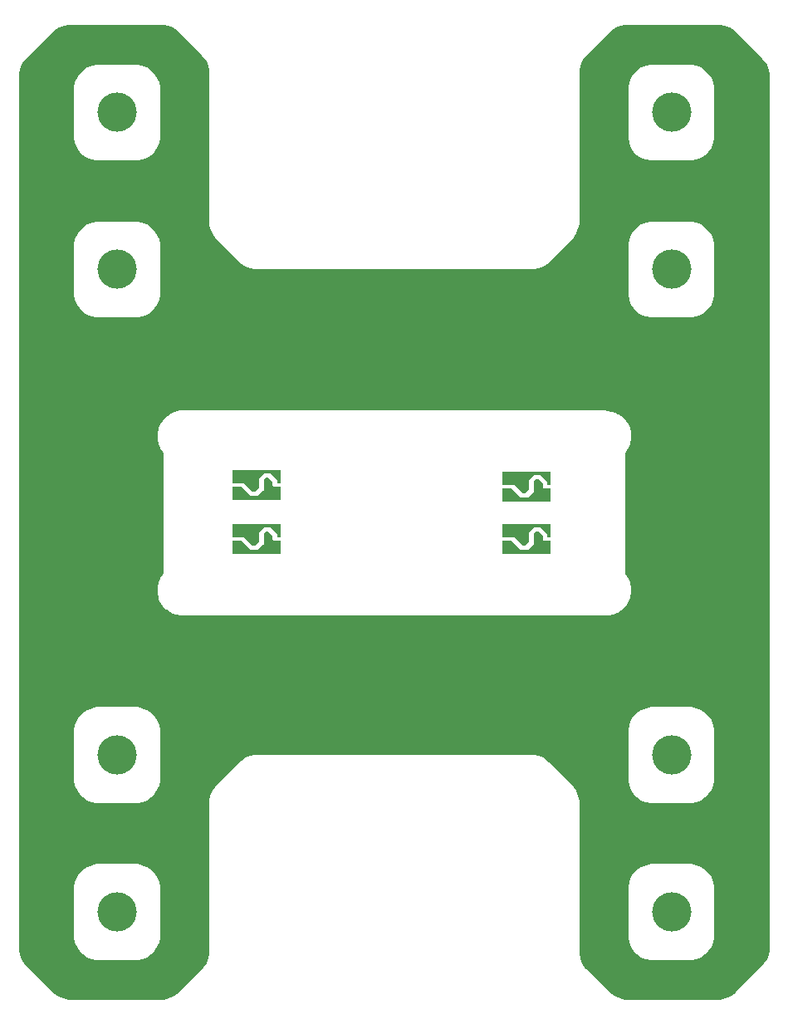
<source format=gtp>
G04*
G04 #@! TF.GenerationSoftware,Altium Limited,Altium Designer,20.2.6 (244)*
G04*
G04 Layer_Color=8421504*
%FSLAX44Y44*%
%MOMM*%
G71*
G04*
G04 #@! TF.SameCoordinates,16E07C71-212E-40B3-9EE3-4B1C9690829F*
G04*
G04*
G04 #@! TF.FilePolarity,Positive*
G04*
G01*
G75*
%ADD10C,4.0000*%
G36*
X1091394Y1028524D02*
X1096016Y1026609D01*
X1100176Y1023829D01*
X1101945Y1022060D01*
X1101945Y1022060D01*
X1129586Y994420D01*
X1131355Y992651D01*
X1134135Y988491D01*
X1136049Y983868D01*
X1137026Y978961D01*
Y976459D01*
Y88541D01*
Y86039D01*
X1136049Y81132D01*
X1134135Y76509D01*
X1131355Y72349D01*
X1129586Y70580D01*
X1129586D01*
X1129586Y70580D01*
X1101945Y42940D01*
X1100176Y41171D01*
X1096016Y38391D01*
X1091394Y36476D01*
X1086486Y35500D01*
X989545D01*
X984638Y36476D01*
X980015Y38391D01*
X975855Y41171D01*
X974086Y42940D01*
X950215Y66811D01*
X948446Y68580D01*
X945666Y72740D01*
X943752Y77362D01*
X942776Y82269D01*
Y84771D01*
Y236229D01*
X942653Y238719D01*
X941682Y243602D01*
X939776Y248202D01*
X937010Y252343D01*
X935336Y254189D01*
X935336Y254189D01*
X911965Y277561D01*
X910118Y279234D01*
X905978Y282001D01*
X901378Y283906D01*
X896494Y284878D01*
X894005Y285000D01*
X614271D01*
X611781Y284878D01*
X606898Y283906D01*
X602298Y282001D01*
X598157Y279234D01*
X596311Y277561D01*
X596311Y277561D01*
Y277561D01*
X572939Y254189D01*
X571265Y252342D01*
X568499Y248202D01*
X566594Y243602D01*
X565622Y238719D01*
X565500Y236229D01*
Y84771D01*
Y82269D01*
X564524Y77362D01*
X562609Y72740D01*
X559829Y68580D01*
X558060Y66810D01*
X558060D01*
X558060Y66810D01*
X534189Y42940D01*
X532421Y41171D01*
X528260Y38391D01*
X523638Y36476D01*
X518731Y35500D01*
X421789D01*
X416882Y36476D01*
X412259Y38391D01*
X408099Y41171D01*
X406330Y42940D01*
X378689Y70580D01*
X376921Y72349D01*
X374141Y76509D01*
X372226Y81132D01*
X371250Y86039D01*
Y88541D01*
Y976459D01*
Y978961D01*
X372226Y983868D01*
X374141Y988491D01*
X376921Y992651D01*
X378689Y994420D01*
Y994420D01*
X406330Y1022060D01*
X408099Y1023829D01*
X412259Y1026609D01*
X416882Y1028524D01*
X421789Y1029500D01*
X518731D01*
X523638Y1028524D01*
X528260Y1026609D01*
X532421Y1023829D01*
X534189Y1022060D01*
X534189Y1022060D01*
X558060Y998189D01*
X559829Y996421D01*
X562609Y992260D01*
X564524Y987638D01*
X565500Y982731D01*
Y980229D01*
Y828771D01*
X565622Y826281D01*
X566594Y821398D01*
X568499Y816798D01*
X571265Y812657D01*
X572939Y810810D01*
X596311Y787439D01*
X598158Y785766D01*
X602298Y782999D01*
X606898Y781094D01*
X611781Y780122D01*
X614271Y780000D01*
X894005D01*
X896494Y780122D01*
X901378Y781094D01*
X905978Y782999D01*
X910118Y785766D01*
X911965Y787439D01*
X911965D01*
X935336Y810810D01*
X937010Y812657D01*
X939776Y816798D01*
X941682Y821398D01*
X942653Y826281D01*
X942776Y828771D01*
Y980229D01*
Y982731D01*
X943752Y987638D01*
X945666Y992260D01*
X948446Y996421D01*
X950215Y998189D01*
Y998189D01*
X974086Y1022060D01*
X975855Y1023829D01*
X980015Y1026609D01*
X984638Y1028524D01*
X989545Y1029500D01*
X1086486D01*
X1091394Y1028524D01*
D02*
G37*
%LPC*%
G36*
X1057352Y988650D02*
X1015598D01*
X1010691Y987674D01*
X1006069Y985759D01*
X1001908Y982979D01*
X998371Y979442D01*
X995591Y975281D01*
X993676Y970659D01*
X992700Y965752D01*
Y963250D01*
Y942501D01*
X992670Y942471D01*
X992670D01*
Y916258D01*
Y913756D01*
X993646Y908849D01*
X995561Y904227D01*
X998340Y900066D01*
X1001878Y896528D01*
X1006038Y893749D01*
X1010661Y891834D01*
X1015568Y890858D01*
X1057352D01*
X1062259Y891834D01*
X1066881Y893749D01*
X1071041Y896528D01*
X1074579Y900066D01*
X1077359Y904227D01*
X1079274Y908849D01*
X1080250Y913756D01*
Y916258D01*
Y963250D01*
Y965752D01*
X1079274Y970659D01*
X1077359Y975281D01*
X1074579Y979442D01*
X1071041Y982979D01*
X1066881Y985759D01*
X1062259Y987674D01*
X1057352Y988650D01*
D02*
G37*
G36*
X492352D02*
X450598D01*
X445691Y987674D01*
X441069Y985759D01*
X436908Y982979D01*
X433371Y979442D01*
X430591Y975281D01*
X428676Y970659D01*
X427700Y965752D01*
Y963250D01*
Y942501D01*
X427670Y942471D01*
X427670D01*
Y916258D01*
Y913756D01*
X428646Y908849D01*
X430561Y904227D01*
X433340Y900066D01*
X436878Y896528D01*
X441038Y893749D01*
X445661Y891834D01*
X450568Y890858D01*
X492352D01*
X497259Y891834D01*
X501881Y893749D01*
X506041Y896528D01*
X509579Y900066D01*
X512359Y904227D01*
X514274Y908849D01*
X515250Y913756D01*
Y916258D01*
Y963250D01*
Y965752D01*
X514274Y970659D01*
X512359Y975281D01*
X509579Y979442D01*
X506041Y982979D01*
X501881Y985759D01*
X497259Y987674D01*
X492352Y988650D01*
D02*
G37*
G36*
X1057352Y828650D02*
X1015598D01*
X1010691Y827674D01*
X1006069Y825759D01*
X1001908Y822979D01*
X998371Y819442D01*
X995591Y815281D01*
X993676Y810659D01*
X992700Y805752D01*
Y803250D01*
Y782501D01*
X992670Y782471D01*
X992670D01*
Y756258D01*
Y753756D01*
X993646Y748849D01*
X995561Y744227D01*
X998340Y740066D01*
X1001878Y736528D01*
X1006038Y733749D01*
X1010661Y731834D01*
X1015568Y730858D01*
X1057352D01*
X1062259Y731834D01*
X1066881Y733749D01*
X1071041Y736528D01*
X1074579Y740066D01*
X1077359Y744227D01*
X1079274Y748849D01*
X1080250Y753756D01*
Y756258D01*
Y803250D01*
Y805752D01*
X1079274Y810659D01*
X1077359Y815281D01*
X1074579Y819442D01*
X1071041Y822979D01*
X1066881Y825759D01*
X1062259Y827674D01*
X1057352Y828650D01*
D02*
G37*
G36*
X492352D02*
X450598D01*
X445691Y827674D01*
X441069Y825759D01*
X436908Y822979D01*
X433371Y819442D01*
X430591Y815281D01*
X428676Y810659D01*
X427700Y805752D01*
Y803250D01*
Y782501D01*
X427670Y782471D01*
X427670D01*
Y756258D01*
Y753756D01*
X428646Y748849D01*
X430561Y744227D01*
X433340Y740066D01*
X436878Y736528D01*
X441038Y733749D01*
X445661Y731834D01*
X450568Y730858D01*
X492352D01*
X497259Y731834D01*
X501881Y733749D01*
X506041Y736528D01*
X509579Y740066D01*
X512359Y744227D01*
X514274Y748849D01*
X515250Y753756D01*
Y756258D01*
Y803250D01*
Y805752D01*
X514274Y810659D01*
X512359Y815281D01*
X509579Y819442D01*
X506041Y822979D01*
X501881Y825759D01*
X497259Y827674D01*
X492352Y828650D01*
D02*
G37*
G36*
X538752Y636094D02*
X538751Y636094D01*
X538750Y636094D01*
X536800D01*
X536209Y635977D01*
X535606D01*
X531782Y635216D01*
X531225Y634985D01*
X530634Y634868D01*
X527031Y633375D01*
X526530Y633041D01*
X525973Y632810D01*
X522730Y630643D01*
X522304Y630217D01*
X521803Y629882D01*
X520425Y628503D01*
X520424Y628503D01*
X519685Y627764D01*
X519685Y627764D01*
X518434Y626513D01*
X518099Y626012D01*
X517673Y625586D01*
X515708Y622644D01*
X515477Y622088D01*
X515142Y621586D01*
X513788Y618318D01*
X513671Y617727D01*
X513440Y617170D01*
X512750Y613700D01*
Y613098D01*
X512632Y612507D01*
Y607159D01*
X512750Y606568D01*
Y605966D01*
X513439Y602503D01*
X513669Y601946D01*
X513787Y601355D01*
X515138Y598093D01*
X515473Y597592D01*
X515703Y597035D01*
X517665Y594100D01*
X518091Y593674D01*
X518426Y593173D01*
X518750Y592849D01*
Y469913D01*
X518465Y469628D01*
X518130Y469127D01*
X517704Y468701D01*
X515723Y465736D01*
X515493Y465180D01*
X515158Y464679D01*
X513794Y461385D01*
X513676Y460794D01*
X513446Y460237D01*
X512750Y456741D01*
Y456138D01*
X512632Y455547D01*
Y450142D01*
X512750Y449551D01*
Y448948D01*
X513401Y445677D01*
X513631Y445120D01*
X513749Y444529D01*
X515025Y441447D01*
X515360Y440946D01*
X515591Y440389D01*
X517444Y437616D01*
X517870Y437190D01*
X518205Y436689D01*
X521009Y433884D01*
X521511Y433549D01*
X521936Y433123D01*
X525759Y430569D01*
X526315Y430339D01*
X526816Y430004D01*
X531063Y428245D01*
X531654Y428127D01*
X532211Y427897D01*
X536720Y427000D01*
X537322D01*
X537913Y426883D01*
X971568D01*
X972159Y427000D01*
X972762D01*
X976581Y427760D01*
X977138Y427990D01*
X977729Y428108D01*
X981326Y429598D01*
X981827Y429933D01*
X982384Y430163D01*
X985621Y432327D01*
X986048Y432753D01*
X986548Y433087D01*
X987925Y434464D01*
X987925Y434465D01*
X987926Y434465D01*
X987994Y434533D01*
X987994Y434533D01*
X989387Y435925D01*
X989721Y436427D01*
X990147Y436852D01*
X992336Y440128D01*
X992567Y440685D01*
X992901Y441186D01*
X994409Y444825D01*
X994526Y445416D01*
X994757Y445973D01*
X995526Y449837D01*
Y450439D01*
X995643Y451030D01*
Y454932D01*
X995526Y455523D01*
Y456125D01*
X994772Y459914D01*
X994541Y460471D01*
X994424Y461062D01*
X992945Y464631D01*
X992610Y465132D01*
X992380Y465689D01*
X990234Y468901D01*
X989808Y469327D01*
X989526Y469749D01*
Y593171D01*
X989766Y593531D01*
X990192Y593957D01*
X992359Y597200D01*
X992589Y597756D01*
X992924Y598257D01*
X994417Y601860D01*
X994534Y602451D01*
X994765Y603008D01*
X995526Y606833D01*
Y607436D01*
X995643Y608027D01*
Y613344D01*
X995526Y613935D01*
Y614538D01*
X994948Y617444D01*
X994717Y618001D01*
X994599Y618592D01*
X993465Y621329D01*
X993131Y621830D01*
X992900Y622387D01*
X991254Y624851D01*
X990828Y625277D01*
X990493Y625778D01*
X989445Y626826D01*
X989445Y626826D01*
X987688Y628583D01*
X987187Y628918D01*
X986761Y629344D01*
X982628Y632105D01*
X982072Y632336D01*
X981571Y632670D01*
X976979Y634572D01*
X976388Y634690D01*
X975831Y634921D01*
X970956Y635890D01*
X970354D01*
X969763Y636008D01*
X754140D01*
X538752Y636094D01*
D02*
G37*
G36*
X1057352Y333650D02*
X1015598D01*
X1010691Y332674D01*
X1006069Y330759D01*
X1001908Y327979D01*
X998371Y324441D01*
X995591Y320281D01*
X993676Y315659D01*
X992700Y310752D01*
Y308250D01*
Y287501D01*
X992670Y287471D01*
X992670D01*
Y261258D01*
Y258756D01*
X993646Y253849D01*
X995561Y249226D01*
X998340Y245066D01*
X1001878Y241528D01*
X1006038Y238749D01*
X1010661Y236834D01*
X1015568Y235858D01*
X1057352D01*
X1062259Y236834D01*
X1066881Y238749D01*
X1071041Y241528D01*
X1074579Y245066D01*
X1077359Y249226D01*
X1079274Y253849D01*
X1080250Y258756D01*
Y261258D01*
Y308250D01*
Y310752D01*
X1079274Y315659D01*
X1077359Y320281D01*
X1074579Y324441D01*
X1071041Y327979D01*
X1066881Y330759D01*
X1062259Y332674D01*
X1057352Y333650D01*
D02*
G37*
G36*
X492352D02*
X450598D01*
X445691Y332674D01*
X441069Y330759D01*
X436908Y327979D01*
X433371Y324441D01*
X430591Y320281D01*
X428676Y315659D01*
X427700Y310752D01*
Y308250D01*
Y287501D01*
X427670Y287471D01*
X427670D01*
Y261258D01*
Y258756D01*
X428646Y253849D01*
X430561Y249226D01*
X433340Y245066D01*
X436878Y241528D01*
X441038Y238749D01*
X445661Y236834D01*
X450568Y235858D01*
X492352D01*
X497259Y236834D01*
X501881Y238749D01*
X506041Y241528D01*
X509579Y245066D01*
X512359Y249226D01*
X514274Y253849D01*
X515250Y258756D01*
Y261258D01*
Y308250D01*
Y310752D01*
X514274Y315659D01*
X512359Y320281D01*
X509579Y324441D01*
X506041Y327979D01*
X501881Y330759D01*
X497259Y332674D01*
X492352Y333650D01*
D02*
G37*
G36*
X1057352Y173650D02*
X1015598D01*
X1010691Y172674D01*
X1006069Y170759D01*
X1001908Y167979D01*
X998371Y164442D01*
X995591Y160281D01*
X993676Y155659D01*
X992700Y150752D01*
Y148250D01*
Y127501D01*
X992670Y127471D01*
X992670D01*
Y101258D01*
Y98756D01*
X993646Y93849D01*
X995561Y89227D01*
X998340Y85066D01*
X1001878Y81529D01*
X1006038Y78749D01*
X1010661Y76834D01*
X1015568Y75858D01*
X1057352D01*
X1062259Y76834D01*
X1066881Y78749D01*
X1071041Y81529D01*
X1074579Y85066D01*
X1077359Y89227D01*
X1079274Y93849D01*
X1080250Y98756D01*
Y101258D01*
Y148250D01*
Y150752D01*
X1079274Y155659D01*
X1077359Y160281D01*
X1074579Y164442D01*
X1071041Y167979D01*
X1066881Y170759D01*
X1062259Y172674D01*
X1057352Y173650D01*
D02*
G37*
G36*
X492352D02*
X450598D01*
X445691Y172674D01*
X441069Y170759D01*
X436908Y167979D01*
X433371Y164442D01*
X430591Y160281D01*
X428676Y155659D01*
X427700Y150752D01*
Y148250D01*
Y127501D01*
X427670Y127471D01*
X427670D01*
Y101258D01*
Y98756D01*
X428646Y93849D01*
X430561Y89227D01*
X433340Y85066D01*
X436878Y81529D01*
X441038Y78749D01*
X445661Y76834D01*
X450568Y75858D01*
X492352D01*
X497259Y76834D01*
X501881Y78749D01*
X506041Y81529D01*
X509579Y85066D01*
X512359Y89227D01*
X514274Y93849D01*
X515250Y98756D01*
Y101258D01*
Y148250D01*
Y150752D01*
X514274Y155659D01*
X512359Y160281D01*
X509579Y164442D01*
X506041Y167979D01*
X501881Y170759D01*
X497259Y172674D01*
X492352Y173650D01*
D02*
G37*
%LPD*%
G36*
X615864Y575630D02*
X637865D01*
X637864Y562130D01*
X635365Y562130D01*
X634865Y562631D01*
X634865Y564880D01*
X627615Y572130D01*
X621240D01*
X615865Y566755D01*
X615865D01*
X615865Y557380D01*
X612114Y553630D01*
X609866Y553630D01*
X601363Y562131D01*
X588865Y562130D01*
Y565880D01*
X588865Y565880D01*
Y575630D01*
X615864Y575630D01*
D02*
G37*
G36*
X891443Y573924D02*
X913443D01*
X913442Y560424D01*
X910943Y560424D01*
X910443Y560925D01*
X910443Y563174D01*
X903193Y570424D01*
X896818D01*
X891443Y565049D01*
X891443D01*
X891443Y555674D01*
X887693Y551924D01*
X885444Y551924D01*
X876941Y560424D01*
X864443Y560424D01*
Y564174D01*
X864443Y564174D01*
Y573924D01*
X891443Y573924D01*
D02*
G37*
G36*
X625616Y567630D02*
X630115Y563131D01*
X630115Y559379D01*
X631365Y558130D01*
X637865Y558129D01*
X637865Y544670D01*
X630115Y544630D01*
X630115Y544630D01*
Y544630D01*
X588865Y544630D01*
X588865Y558131D01*
X598364Y558130D01*
X607616Y548880D01*
X614614Y548879D01*
X620241Y554506D01*
X621114Y555379D01*
X621115Y565880D01*
X622865Y567630D01*
X625616Y567630D01*
D02*
G37*
G36*
X901194Y565924D02*
X905693Y561425D01*
X905693Y557673D01*
X906943Y556424D01*
X913443Y556423D01*
X913443Y542964D01*
X905693Y542924D01*
X905693Y542924D01*
Y542924D01*
X864443Y542924D01*
X864443Y556425D01*
X873942Y556424D01*
X883194Y547174D01*
X890192Y547173D01*
X895819Y552800D01*
X896692Y553673D01*
X896694Y564174D01*
X898443Y565924D01*
X901194Y565924D01*
D02*
G37*
G36*
X891443Y520652D02*
X913443D01*
X913442Y507153D01*
X910943Y507152D01*
X910443Y507654D01*
X910443Y509903D01*
X903193Y517153D01*
X896818D01*
X891443Y511778D01*
X891443D01*
X891443Y502403D01*
X887693Y498652D01*
X885444Y498653D01*
X876941Y507153D01*
X864443Y507153D01*
Y510903D01*
X864443Y510903D01*
Y520653D01*
X891443Y520652D01*
D02*
G37*
G36*
X615864Y520600D02*
X637865D01*
X637864Y507100D01*
X635365Y507100D01*
X634865Y507601D01*
X634865Y509850D01*
X627615Y517100D01*
X621240D01*
X615865Y511725D01*
X615865D01*
X615865Y502350D01*
X612114Y498600D01*
X609866Y498600D01*
X601363Y507100D01*
X588865Y507100D01*
Y510850D01*
X588865Y510850D01*
Y520600D01*
X615864Y520600D01*
D02*
G37*
G36*
X901194Y512652D02*
X905693Y508153D01*
X905693Y504402D01*
X906943Y503153D01*
X913443Y503152D01*
X913443Y489693D01*
X905693Y489653D01*
X905693Y489653D01*
Y489653D01*
X864443Y489653D01*
X864443Y503153D01*
X873942Y503153D01*
X883194Y493903D01*
X890192Y493902D01*
X895819Y499528D01*
X896692Y500402D01*
X896694Y510903D01*
X898443Y512653D01*
X901194Y512652D01*
D02*
G37*
G36*
X625616Y512599D02*
X630115Y508101D01*
X630115Y504349D01*
X631365Y503100D01*
X637865Y503099D01*
X637865Y489640D01*
X630115Y489600D01*
X630115Y489600D01*
Y489600D01*
X588865Y489600D01*
X588865Y503101D01*
X598364Y503100D01*
X607616Y493850D01*
X614614Y493849D01*
X620241Y499476D01*
X621114Y500349D01*
X621115Y510850D01*
X622865Y512600D01*
X625616Y512599D01*
D02*
G37*
D10*
X471638Y125000D02*
D03*
Y285000D02*
D03*
Y780000D02*
D03*
Y940000D02*
D03*
X1036638Y125000D02*
D03*
Y285000D02*
D03*
Y780000D02*
D03*
Y940000D02*
D03*
M02*

</source>
